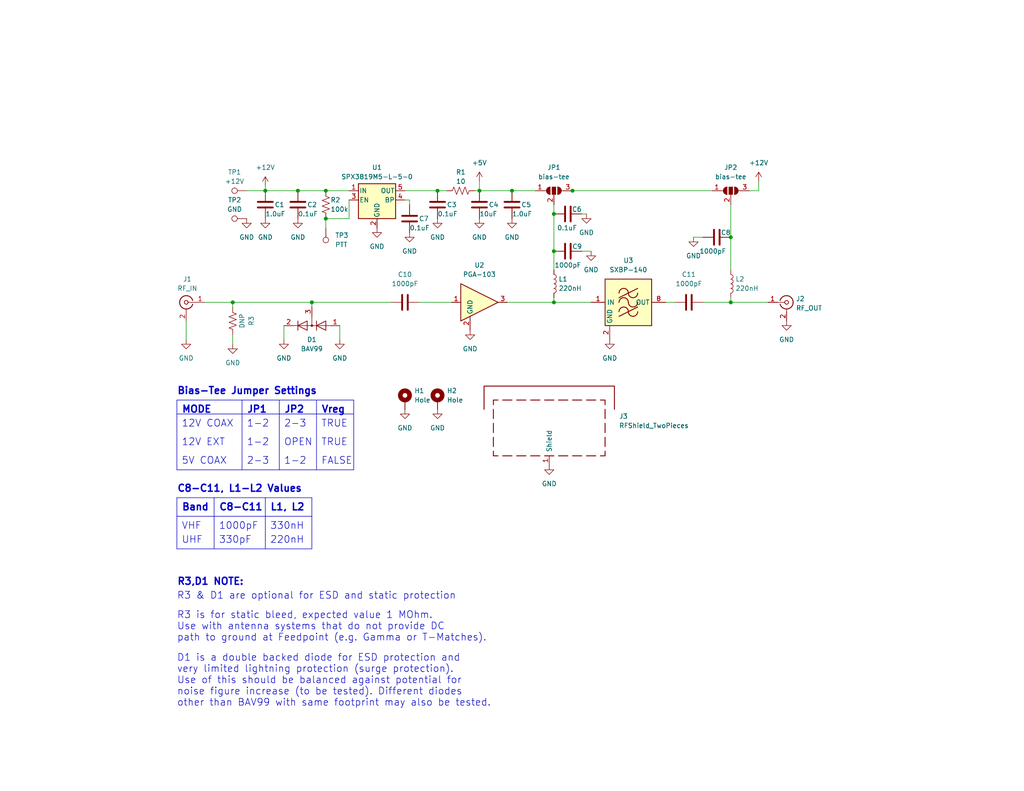
<source format=kicad_sch>
(kicad_sch (version 20230121) (generator eeschema)
  (paper "A")
  (title_block (title "PGA-103+ Preamplifier, Version 2.2.X.0") (date "2023-10-02") (rev "-") (company "VTGS, GSN-DSA") (comment 1 "Preamplifier for VHF/UHF Satellite Rx") (comment 2 "creativecommons.org/licenses/by/4.0/") (comment 3 "License: CC BY 4.0") (comment 4 "Author: Zach Leffke, KJ4QLP"))
  (lib_symbols
    (symbol "Connector:Conn_Coaxial" (pin_names (offset 1.016) hide)
      (property "Reference" "J" (at 0.254 3.048 0))
      (property "Value" "Conn_Coaxial" (at 2.921 0 90))
      (symbol "Conn_Coaxial_0_1"
        (arc (start -1.778 -0.508) (mid 0.2311 -1.8066) (end 1.778 0) (stroke (width 0.254)))
        (polyline (pts (xy -2.54 0) (xy -0.508 0)))
        (polyline (pts (xy 0 -2.54) (xy 0 -1.778)))
        (circle (center 0 0) (radius 0.508) (stroke (width 0.2032)))
        (arc (start 1.778 0) (mid 0.2099 1.8101) (end -1.778 0.508) (stroke (width 0.254)))
      )
      (symbol "Conn_Coaxial_1_1"
        (pin passive line (at -5.08 0 0) (length 2.54) (name "In") (number "1"))
        (pin passive line (at 0 -5.08 90) (length 2.54) (name "Ext") (number "2"))
      )
    )
    (symbol "Connector:TestPoint" (pin_numbers hide) (pin_names (offset 0.762) hide)
      (property "Reference" "TP" (at 0 6.858 0))
      (property "Value" "TestPoint" (at 0 5.08 0))
      (symbol "TestPoint_0_1"
        (circle (center 0 3.302) (radius 0.762))
      )
      (symbol "TestPoint_1_1"
        (pin passive line (at 0 0 90) (length 2.54) (name "1") (number "1"))
      )
    )
    (symbol "Device:C" (pin_numbers hide) (pin_names (offset 0.254))
      (property "Reference" "C" (at 0.635 2.54 0))
      (property "Value" "C" (at 0.635 -2.54 0))
      (symbol "C_0_1"
        (polyline (pts (xy -2.032 -0.762) (xy 2.032 -0.762)) (stroke (width 0.508)))
        (polyline (pts (xy -2.032 0.762) (xy 2.032 0.762)) (stroke (width 0.508)))
      )
      (symbol "C_1_1"
        (pin passive line (at 0 3.81 270) (length 2.794) (name "~") (number "1"))
        (pin passive line (at 0 -3.81 90) (length 2.794) (name "~") (number "2"))
      )
    )
    (symbol "Device:L" (pin_numbers hide) (pin_names (offset 1.016) hide)
      (property "Reference" "L" (at -1.27 0 90))
      (property "Value" "L" (at 1.905 0 90))
      (symbol "L_0_1"
        (arc (start 0 -2.54) (mid 0.6323 -1.905) (end 0 -1.27))
        (arc (start 0 -1.27) (mid 0.6323 -0.635) (end 0 0))
        (arc (start 0 0) (mid 0.6323 0.635) (end 0 1.27))
        (arc (start 0 1.27) (mid 0.6323 1.905) (end 0 2.54))
      )
      (symbol "L_1_1"
        (pin passive line (at 0 3.81 270) (length 1.27) (name "1") (number "1"))
        (pin passive line (at 0 -3.81 90) (length 1.27) (name "2") (number "2"))
      )
    )
    (symbol "Device:RFShield_TwoPieces" (pin_names (offset 1.016))
      (property "Reference" "J" (at 0 5.08 0))
      (property "Value" "RFShield_TwoPieces" (at 0 2.54 0))
      (symbol "RFShield_TwoPieces_0_1"
        (polyline (pts (xy -15.24 -5.08) (xy -15.24 -2.54)) (stroke (width 0.254)))
        (polyline (pts (xy -15.24 -1.27) (xy -15.24 1.27)) (stroke (width 0.254)))
        (polyline (pts (xy -15.24 2.54) (xy -15.24 5.08)) (stroke (width 0.254)))
        (polyline (pts (xy -12.7 7.62) (xy -10.16 7.62)) (stroke (width 0.254)))
        (polyline (pts (xy -10.16 -7.62) (xy -12.7 -7.62)) (stroke (width 0.254)))
        (polyline (pts (xy -6.35 -7.62) (xy -8.89 -7.62)) (stroke (width 0.254)))
        (polyline (pts (xy -6.35 7.62) (xy -8.89 7.62)) (stroke (width 0.254)))
        (polyline (pts (xy -2.54 -7.62) (xy -5.08 -7.62)) (stroke (width 0.254)))
        (polyline (pts (xy -2.54 7.62) (xy -5.08 7.62)) (stroke (width 0.254)))
        (polyline (pts (xy -1.27 -7.62) (xy 1.27 -7.62)) (stroke (width 0.254)))
        (polyline (pts (xy 1.27 7.62) (xy -1.27 7.62)) (stroke (width 0.254)))
        (polyline (pts (xy 2.54 -7.62) (xy 5.08 -7.62)) (stroke (width 0.254)))
        (polyline (pts (xy 5.08 7.62) (xy 2.54 7.62)) (stroke (width 0.254)))
        (polyline (pts (xy 6.35 -7.62) (xy 8.89 -7.62)) (stroke (width 0.254)))
        (polyline (pts (xy 8.89 7.62) (xy 6.35 7.62)) (stroke (width 0.254)))
        (polyline (pts (xy 10.16 -7.62) (xy 12.7 -7.62)) (stroke (width 0.254)))
        (polyline (pts (xy 12.7 7.62) (xy 10.16 7.62)) (stroke (width 0.254)))
        (polyline (pts (xy 15.24 -5.08) (xy 15.24 -2.54)) (stroke (width 0.254)))
        (polyline (pts (xy 15.24 -1.27) (xy 15.24 1.27)) (stroke (width 0.254)))
        (polyline (pts (xy 15.24 2.54) (xy 15.24 5.08)) (stroke (width 0.254)))
        (polyline (pts (xy -15.24 6.35) (xy -15.24 7.62) (xy -13.97 7.62)) (stroke (width 0.254)))
        (polyline (pts (xy -13.97 -7.62) (xy -15.24 -7.62) (xy -15.24 -6.35)) (stroke (width 0.254)))
        (polyline (pts (xy 13.97 -7.62) (xy 15.24 -7.62) (xy 15.24 -6.35)) (stroke (width 0.254)))
        (polyline (pts (xy 15.24 6.35) (xy 15.24 7.62) (xy 13.97 7.62)) (stroke (width 0.254)))
        (polyline (pts (xy -17.78 5.08) (xy -17.78 11.43) (xy 17.78 11.43) (xy 17.78 5.08)) (stroke (width 0.254)))
      )
      (symbol "RFShield_TwoPieces_1_1"
        (pin passive line (at 0 -10.16 90) (length 2.54) (name "Shield") (number "1"))
      )
    )
    (symbol "Device:R_US" (pin_numbers hide) (pin_names (offset 0))
      (property "Reference" "R" (at 2.54 0 90))
      (property "Value" "R_US" (at -2.54 0 90))
      (symbol "R_US_0_1"
        (polyline (pts (xy 0 -2.286) (xy 0 -2.54)))
        (polyline (pts (xy 0 2.286) (xy 0 2.54)))
        (polyline (pts (xy 0 -0.762) (xy 1.016 -1.143) (xy 0 -1.524) (xy -1.016 -1.905) (xy 0 -2.286)))
        (polyline (pts (xy 0 0.762) (xy 1.016 0.381) (xy 0 0) (xy -1.016 -0.381) (xy 0 -0.762)))
        (polyline (pts (xy 0 2.286) (xy 1.016 1.905) (xy 0 1.524) (xy -1.016 1.143) (xy 0 0.762)))
      )
      (symbol "R_US_1_1"
        (pin passive line (at 0 3.81 270) (length 1.27) (name "~") (number "1"))
        (pin passive line (at 0 -3.81 90) (length 1.27) (name "~") (number "2"))
      )
    )
    (symbol "Diode:BAV99" (pin_names hide)
      (property "Reference" "D" (at 0 5.08 0))
      (property "Value" "BAV99" (at 0 2.54 0))
      (symbol "BAV99_0_1"
        (polyline (pts (xy -5.08 0) (xy 5.08 0)))
      )
      (symbol "BAV99_1_1"
        (polyline (pts (xy 0 0) (xy 0 -2.54)))
        (polyline (pts (xy -1.27 -1.27) (xy -1.27 1.27) (xy -1.27 1.27)) (stroke (width 0.2032)))
        (polyline (pts (xy 3.81 1.27) (xy 3.81 -1.27) (xy 3.81 -1.27)) (stroke (width 0.2032)))
        (polyline (pts (xy -3.81 1.27) (xy -1.27 0) (xy -3.81 -1.27) (xy -3.81 1.27) (xy -3.81 1.27) (xy -3.81 1.27)) (stroke (width 0.2032)))
        (polyline (pts (xy 1.27 1.27) (xy 3.81 0) (xy 1.27 -1.27) (xy 1.27 1.27) (xy 1.27 1.27) (xy 1.27 1.27)) (stroke (width 0.2032)))
        (circle (center 0 0) (radius 0.254) (fill (type outline)))
        (pin passive line (at -7.62 0 0) (length 2.54) (name "K") (number "1"))
        (pin passive line (at 7.62 0 180) (length 2.54) (name "A") (number "2"))
        (pin passive line (at 0 -5.08 90) (length 2.54) (name "K") (number "3"))
      )
    )
    (symbol "Jumper:SolderJumper_3_Open" (pin_names (offset 0) hide)
      (property "Reference" "JP" (at -2.54 -2.54 0))
      (property "Value" "SolderJumper_3_Open" (at 0 2.794 0))
      (symbol "SolderJumper_3_Open_0_1"
        (arc (start -1.016 1.016) (mid -2.0276 0) (end -1.016 -1.016))
        (arc (start -1.016 1.016) (mid -2.0276 0) (end -1.016 -1.016) (fill (type outline)))
        (rectangle (start -0.508 1.016) (end 0.508 -1.016) (fill (type outline)))
        (polyline (pts (xy -2.54 0) (xy -2.032 0)))
        (polyline (pts (xy -1.016 1.016) (xy -1.016 -1.016)))
        (polyline (pts (xy 0 -1.27) (xy 0 -1.016)))
        (polyline (pts (xy 1.016 1.016) (xy 1.016 -1.016)))
        (polyline (pts (xy 2.54 0) (xy 2.032 0)))
        (arc (start 1.016 -1.016) (mid 2.0276 0) (end 1.016 1.016))
        (arc (start 1.016 -1.016) (mid 2.0276 0) (end 1.016 1.016) (fill (type outline)))
      )
      (symbol "SolderJumper_3_Open_1_1"
        (pin passive line (at -5.08 0 0) (length 2.54) (name "A") (number "1"))
        (pin passive line (at 0 -3.81 90) (length 2.54) (name "C") (number "2"))
        (pin passive line (at 5.08 0 180) (length 2.54) (name "B") (number "3"))
      )
    )
    (symbol "Mechanical:MountingHole_Pad" (pin_numbers hide) (pin_names (offset 1.016) hide)
      (property "Reference" "H" (at 0 6.35 0))
      (property "Value" "MountingHole_Pad" (at 0 4.445 0))
      (symbol "MountingHole_Pad_0_1"
        (circle (center 0 1.27) (radius 1.27) (stroke (width 1.27)))
      )
      (symbol "MountingHole_Pad_1_1"
        (pin input line (at 0 -2.54 90) (length 2.54) (name "1") (number "1"))
      )
    )
    (symbol "RF_Amplifier:PGA-103"
      (property "Reference" "U" (at -1.27 7.62 0))
      (property "Value" "PGA-103" (at 2.54 5.08 0))
      (symbol "PGA-103_0_1"
        (polyline (pts (xy 5.08 0) (xy -5.08 5.08) (xy -5.08 -5.08) (xy 5.08 0)) (stroke (width 0.254)) (fill (type background)))
      )
      (symbol "PGA-103_1_1"
        (pin input line (at -7.62 0 0) (length 2.54) (name "~") (number "1"))
        (pin power_in line (at -2.54 -7.62 90) (length 3.81) (name "GND") (number "2"))
        (pin output line (at 7.62 0 180) (length 2.54) (name "~") (number "3"))
      )
    )
    (symbol "RF_Filter:SXBP-140"
      (property "Reference" "U" (at -6.35 7.62 0))
      (property "Value" "SXBP-140" (at 6.35 7.62 0))
      (symbol "SXBP-140_0_1"
        (rectangle (start -6.35 6.35) (end 6.35 -6.35) (stroke (width 0.254)) (fill (type background)))
        (arc (start 0 -2.54) (mid -1.27 -1.2755) (end -2.54 -2.54) (stroke (width 0.254)))
        (arc (start 0 -2.54) (mid 1.27 -3.8045) (end 2.54 -2.54) (stroke (width 0.254)))
        (arc (start 0 0) (mid -1.27 1.2645) (end -2.54 0) (stroke (width 0.254)))
        (polyline (pts (xy -2.54 -3.81) (xy 2.54 -1.27)) (stroke (width 0.254)))
        (polyline (pts (xy -2.54 1.27) (xy 2.54 3.81)) (stroke (width 0.254)))
        (arc (start 0 0) (mid 1.27 -1.2645) (end 2.54 0) (stroke (width 0.254)))
        (arc (start 0 2.54) (mid -1.27 3.8045) (end -2.54 2.54) (stroke (width 0.254)))
        (arc (start 0 2.54) (mid 1.27 1.2755) (end 2.54 2.54) (stroke (width 0.254)))
      )
      (symbol "SXBP-140_1_1"
        (pin input line (at -10.16 0 0) (length 3.81) (name "IN") (number "1"))
        (pin power_in line (at -5.08 -10.16 90) (length 3.81) (name "GND") (number "2"))
        (pin passive line (at -5.08 -10.16 90) (length 3.81) hide (name "GND") (number "3"))
        (pin passive line (at -5.08 -10.16 90) (length 3.81) hide (name "GND") (number "4"))
        (pin passive line (at -5.08 -10.16 90) (length 3.81) hide (name "GND") (number "5"))
        (pin passive line (at -5.08 -10.16 90) (length 3.81) hide (name "GND") (number "6"))
        (pin passive line (at -5.08 -10.16 90) (length 3.81) hide (name "GND") (number "7"))
        (pin output line (at 10.16 0 180) (length 3.81) (name "OUT") (number "8"))
      )
    )
    (symbol "Regulator_Linear:SPX3819M5-L-5-0" (pin_names (offset 0.254))
      (property "Reference" "U" (at -3.81 5.715 0))
      (property "Value" "SPX3819M5-L-5-0" (at 0 5.715 0))
      (symbol "SPX3819M5-L-5-0_0_1"
        (rectangle (start -5.08 4.445) (end 5.08 -5.08) (stroke (width 0.254)) (fill (type background)))
      )
      (symbol "SPX3819M5-L-5-0_1_1"
        (pin power_in line (at -7.62 2.54 0) (length 2.54) (name "IN") (number "1"))
        (pin power_in line (at 0 -7.62 90) (length 2.54) (name "GND") (number "2"))
        (pin input line (at -7.62 0 0) (length 2.54) (name "EN") (number "3"))
        (pin input line (at 7.62 0 180) (length 2.54) (name "BP") (number "4"))
        (pin power_out line (at 7.62 2.54 180) (length 2.54) (name "OUT") (number "5"))
      )
    )
    (symbol "power:+12V" (power) (pin_names (offset 0))
      (property "Value" "+12V" (at 0 3.556 0))
      (symbol "+12V_0_1"
        (polyline (pts (xy -0.762 1.27) (xy 0 2.54)))
        (polyline (pts (xy 0 0) (xy 0 2.54)))
        (polyline (pts (xy 0 2.54) (xy 0.762 1.27)))
      )
      (symbol "+12V_1_1"
        (pin power_in line (at 0 0 90) (length 0) hide (name "+12V") (number "1"))
      )
    )
    (symbol "power:+5V" (power) (pin_names (offset 0))
      (property "Value" "+5V" (at 0 3.556 0))
      (symbol "+5V_0_1"
        (polyline (pts (xy -0.762 1.27) (xy 0 2.54)))
        (polyline (pts (xy 0 0) (xy 0 2.54)))
        (polyline (pts (xy 0 2.54) (xy 0.762 1.27)))
      )
      (symbol "+5V_1_1"
        (pin power_in line (at 0 0 90) (length 0) hide (name "+5V") (number "1"))
      )
    )
    (symbol "power:GND" (power) (pin_names (offset 0))
      (property "Value" "GND" (at 0 -3.81 0))
      (symbol "GND_0_1"
        (polyline (pts (xy 0 0) (xy 0 -1.27) (xy 1.27 -1.27) (xy 0 -2.54) (xy -1.27 -1.27) (xy 0 -1.27)))
      )
      (symbol "GND_1_1"
        (pin power_in line (at 0 0 270) (length 0) hide (name "GND") (number "1"))
      )
    )
  )
  (junction (at 151.13 58.42))
  (junction (at 81.28 52.07))
  (junction (at 119.38 52.07))
  (junction (at 130.81 52.07))
  (junction (at 88.9 52.07))
  (junction (at 72.39 52.07))
  (junction (at 199.39 64.77))
  (junction (at 156.21 52.07))
  (junction (at 85.09 82.55))
  (junction (at 139.7 52.07))
  (junction (at 199.39 82.55))
  (junction (at 88.9 59.69))
  (junction (at 151.13 68.58))
  (junction (at 63.5 82.55))
  (junction (at 151.13 82.55))
  (wire (pts (xy 207.01 52.07) (xy 207.01 49.53)))
  (wire (pts (xy 92.71 88.9) (xy 92.71 92.71)))
  (wire (pts (xy 55.88 82.55) (xy 63.5 82.55)))
  (wire (pts (xy 72.39 50.8) (xy 72.39 52.07)))
  (wire (pts (xy 85.09 82.55) (xy 106.68 82.55)))
  (wire (pts (xy 151.13 81.28) (xy 151.13 82.55)))
  (wire (pts (xy 199.39 81.28) (xy 199.39 82.55)))
  (wire (pts (xy 153.67 52.07) (xy 156.21 52.07)))
  (wire (pts (xy 151.13 58.42) (xy 151.13 68.58)))
  (polyline (pts (xy 48.26 140.97) (xy 85.09 140.97)))
  (wire (pts (xy 151.13 68.58) (xy 151.13 73.66)))
  (wire (pts (xy 199.39 55.88) (xy 199.39 64.77)))
  (wire (pts (xy 189.23 64.77) (xy 191.77 64.77)))
  (wire (pts (xy 85.09 82.55) (xy 85.09 83.82)))
  (wire (pts (xy 114.3 82.55) (xy 123.19 82.55)))
  (polyline (pts (xy 58.42 135.89) (xy 58.42 149.86)))
  (wire (pts (xy 151.13 55.88) (xy 151.13 58.42)))
  (wire (pts (xy 139.7 52.07) (xy 146.05 52.07)))
  (wire (pts (xy 95.25 59.69) (xy 95.25 54.61)))
  (wire (pts (xy 130.81 52.07) (xy 139.7 52.07)))
  (wire (pts (xy 72.39 52.07) (xy 81.28 52.07)))
  (wire (pts (xy 191.77 82.55) (xy 199.39 82.55)))
  (wire (pts (xy 199.39 82.55) (xy 209.55 82.55)))
  (polyline (pts (xy 76.2 109.22) (xy 76.2 128.27)))
  (polyline (pts (xy 48.26 113.03) (xy 96.52 113.03)))
  (wire (pts (xy 199.39 64.77) (xy 199.39 73.66)))
  (polyline (pts (xy 48.26 109.22) (xy 96.52 109.22)))
  (polyline (pts (xy 72.39 135.89) (xy 72.39 149.86)))
  (wire (pts (xy 88.9 59.69) (xy 88.9 62.23)))
  (wire (pts (xy 110.49 52.07) (xy 119.38 52.07)))
  (wire (pts (xy 158.75 68.58) (xy 161.29 68.58)))
  (polyline (pts (xy 96.52 109.22) (xy 96.52 128.27)))
  (polyline (pts (xy 85.09 135.89) (xy 85.09 149.86)))
  (polyline (pts (xy 48.26 109.22) (xy 48.26 128.27)))
  (polyline (pts (xy 48.26 135.89) (xy 85.09 135.89)))
  (wire (pts (xy 129.54 52.07) (xy 130.81 52.07)))
  (wire (pts (xy 67.31 52.07) (xy 72.39 52.07)))
  (wire (pts (xy 63.5 82.55) (xy 85.09 82.55)))
  (polyline (pts (xy 86.36 109.22) (xy 86.36 128.27)))
  (wire (pts (xy 88.9 52.07) (xy 95.25 52.07)))
  (wire (pts (xy 81.28 52.07) (xy 88.9 52.07)))
  (wire (pts (xy 204.47 52.07) (xy 207.01 52.07)))
  (wire (pts (xy 88.9 59.69) (xy 95.25 59.69)))
  (polyline (pts (xy 66.04 109.22) (xy 66.04 128.27)))
  (wire (pts (xy 156.21 52.07) (xy 194.31 52.07)))
  (wire (pts (xy 160.02 58.42) (xy 158.75 58.42)))
  (polyline (pts (xy 96.52 128.27) (xy 48.26 128.27)))
  (wire (pts (xy 138.43 82.55) (xy 151.13 82.55)))
  (wire (pts (xy 181.61 82.55) (xy 184.15 82.55)))
  (wire (pts (xy 119.38 52.07) (xy 121.92 52.07)))
  (wire (pts (xy 151.13 82.55) (xy 161.29 82.55)))
  (polyline (pts (xy 48.26 149.86) (xy 85.09 149.86)))
  (wire (pts (xy 63.5 91.44) (xy 63.5 93.98)))
  (wire (pts (xy 77.47 88.9) (xy 77.47 92.71)))
  (wire (pts (xy 63.5 83.82) (xy 63.5 82.55)))
  (wire (pts (xy 111.76 54.61) (xy 111.76 55.88)))
  (wire (pts (xy 110.49 54.61) (xy 111.76 54.61)))
  (wire (pts (xy 50.8 87.63) (xy 50.8 92.71)))
  (polyline (pts (xy 48.26 135.89) (xy 48.26 149.86)))
  (wire (pts (xy 130.81 49.53) (xy 130.81 52.07)))
  (text "UHF" (at 49.53 148.59 0) (effects (font (size 1.905 1.905)) (justify left bottom)))
  (text "2-3" (at 67.31 127 0) (effects (font (size 1.905 1.905)) (justify left bottom)))
  (text "TRUE" (at 87.63 116.84 0) (effects (font (size 1.905 1.905)) (justify left bottom)))
  (text "2-3" (at 77.47 116.84 0) (effects (font (size 1.905 1.905)) (justify left bottom)))
  (text "R3 is for static bleed, expected value 1 MOhm.\nUse with antenna systems that do not provide DC \npath to ground at Feedpoint (e.g. Gamma or T-Matches)." (at 48.26 175.26 0) (effects (font (size 1.905 1.905)) (justify left bottom)))
  (text "330nH" (at 73.66 144.78 0) (effects (font (size 1.905 1.905)) (justify left bottom)))
  (text "D1 is a double backed diode for ESD protection and \nvery limited lightning protection (surge protection).  \nUse of this should be balanced against potential for \nnoise figure increase (to be tested). Different diodes \nother than BAV99 with same footprint may also be tested." (at 48.26 193.04 0) (effects (font (size 1.905 1.905)) (justify left bottom)))
  (text "330pF" (at 59.69 148.59 0) (effects (font (size 1.905 1.905)) (justify left bottom)))
  (text "C8-C11" (at 59.69 139.7 0) (effects (font (size 1.905 1.905) (thickness 0.381) bold) (justify left bottom)))
  (text "VHF" (at 49.53 144.78 0) (effects (font (size 1.905 1.905)) (justify left bottom)))
  (text "OPEN" (at 77.47 121.92 0) (effects (font (size 1.905 1.905)) (justify left bottom)))
  (text "R3,D1 NOTE:" (at 48.26 160.02 0) (effects (font (size 1.905 1.905) (thickness 0.381) bold) (justify left bottom)))
  (text "Bias-Tee Jumper Settings" (at 48.26 107.95 0) (effects (font (size 1.905 1.905) (thickness 0.381) bold) (justify left bottom)))
  (text "JP1" (at 67.31 113.03 0) (effects (font (size 1.905 1.905) (thickness 0.381) bold) (justify left bottom)))
  (text "R3 & D1 are optional for ESD and static protection" (at 48.26 163.83 0) (effects (font (size 1.905 1.905)) (justify left bottom)))
  (text "JP2" (at 77.47 113.03 0) (effects (font (size 1.905 1.905) (thickness 0.381) bold) (justify left bottom)))
  (text "C8-C11, L1-L2 Values" (at 48.26 134.62 0) (effects (font (size 1.905 1.905) (thickness 0.381) bold) (justify left bottom)))
  (text "12V COAX" (at 49.53 116.84 0) (effects (font (size 1.905 1.905)) (justify left bottom)))
  (text "1-2" (at 67.31 121.92 0) (effects (font (size 1.905 1.905)) (justify left bottom)))
  (text "Vreg" (at 87.63 113.03 0) (effects (font (size 1.905 1.905) (thickness 0.381) bold) (justify left bottom)))
  (text "1-2" (at 67.31 116.84 0) (effects (font (size 1.905 1.905)) (justify left bottom)))
  (text "TRUE" (at 87.63 121.92 0) (effects (font (size 1.905 1.905)) (justify left bottom)))
  (text "220nH" (at 73.66 148.59 0) (effects (font (size 1.905 1.905)) (justify left bottom)))
  (text "1000pF" (at 59.69 144.78 0) (effects (font (size 1.905 1.905)) (justify left bottom)))
  (text "MODE" (at 49.53 113.03 0) (effects (font (size 1.905 1.905) (thickness 0.381) bold) (justify left bottom)))
  (text "1-2" (at 77.47 127 0) (effects (font (size 1.905 1.905)) (justify left bottom)))
  (text "5V COAX" (at 49.53 127 0) (effects (font (size 1.905 1.905)) (justify left bottom)))
  (text "Band" (at 49.53 139.7 0) (effects (font (size 1.905 1.905) (thickness 0.381) bold) (justify left bottom)))
  (text "L1, L2" (at 73.66 139.7 0) (effects (font (size 1.905 1.905) (thickness 0.381) bold) (justify left bottom)))
  (text "12V EXT" (at 49.53 121.92 0) (effects (font (size 1.905 1.905)) (justify left bottom)))
  (text "FALSE" (at 87.63 127 0) (effects (font (size 1.905 1.905)) (justify left bottom)))
  (symbol (lib_id "power:GND") (at 128.27 90.17 0) (unit 1)
    (property "Reference" "#PWR016" (effects hide))
    (property "Value" "GND" (at 128.27 95.25 0))
  )
  (symbol (lib_id "Device:C") (at 139.7 55.88 180) (unit 1)
    (property "Reference" "C5" (at 142.24 55.88 0) (effects (justify right)))
    (property "Value" "1.0uF" (at 139.7 58.42 0) (effects (justify right)))
    (property "Footprint" "digikey-footprints:0805" (effects hide))
  )
  (symbol (lib_id "power:GND") (at 72.39 59.69 0) (unit 1)
    (property "Reference" "#PWR06" (effects hide))
    (property "Value" "GND" (at 72.39 64.77 0))
  )
  (symbol (lib_id "power:GND") (at 110.49 111.76 0) (unit 1)
    (property "Reference" "#PWR022" (effects hide))
    (property "Value" "GND" (at 110.49 116.84 0))
  )
  (symbol (lib_id "power:GND") (at 139.7 59.69 0) (unit 1)
    (property "Reference" "#PWR010" (effects hide))
    (property "Value" "GND" (at 139.7 64.77 0))
  )
  (symbol (lib_id "power:GND") (at 161.29 68.58 0) (unit 1)
    (property "Reference" "#PWR014" (effects hide))
    (property "Value" "GND" (at 161.29 73.66 0))
  )
  (symbol (lib_id "Device:R_US") (at 88.9 55.88 0) (unit 1)
    (property "Reference" "R2" (at 90.17 54.61 0) (effects (justify left)))
    (property "Value" "100k" (at 90.17 57.15 0) (effects (justify left)))
    (property "Footprint" "digikey-footprints:0805" (effects hide))
  )
  (symbol (lib_id "Connector:TestPoint") (at 67.31 59.69 90) (unit 1)
    (property "Reference" "TP2" (at 64.008 54.61 90))
    (property "Value" "GND" (at 64.008 57.15 90))
    (property "Footprint" "TestPoint:TestPoint_Pad_2.0x2.0mm" (effects hide))
  )
  (symbol (lib_id "Device:C") (at 72.39 55.88 180) (unit 1)
    (property "Reference" "C1" (at 74.93 55.88 0) (effects (justify right)))
    (property "Value" "1.0uF" (at 72.39 58.42 0) (effects (justify right)))
    (property "Footprint" "digikey-footprints:0805" (effects hide))
  )
  (symbol (lib_id "Connector:TestPoint") (at 67.31 52.07 90) (unit 1)
    (property "Reference" "TP1" (at 64.008 46.99 90))
    (property "Value" "+12V" (at 64.008 49.53 90))
    (property "Footprint" "TestPoint:TestPoint_Pad_2.0x2.0mm" (effects hide))
  )
  (symbol (lib_id "Device:L") (at 151.13 77.47 0) (unit 1)
    (property "Reference" "L1" (at 152.4 76.2 0) (effects (justify left)))
    (property "Value" "220nH" (at 152.4 78.74 0) (effects (justify left)))
    (property "Footprint" "digikey-footprints:0805" (effects hide))
  )
  (symbol (lib_id "power:GND") (at 130.81 59.69 0) (unit 1)
    (property "Reference" "#PWR09" (effects hide))
    (property "Value" "GND" (at 130.81 64.77 0))
  )
  (symbol (lib_id "power:GND") (at 81.28 59.69 0) (unit 1)
    (property "Reference" "#PWR07" (effects hide))
    (property "Value" "GND" (at 81.28 64.77 0))
  )
  (symbol (lib_id "power:GND") (at 77.47 92.71 0) (unit 1)
    (property "Reference" "#PWR018" (effects hide))
    (property "Value" "GND" (at 77.47 97.79 0))
  )
  (symbol (lib_id "Connector:Conn_Coaxial") (at 50.8 82.55 0) (mirror y) (unit 1)
    (property "Reference" "J1" (at 51.1174 76.2 0))
    (property "Value" "RF_IN" (at 51.1174 78.74 0))
    (property "Footprint" "Connector_Coaxial:SMA_Samtec_SMA-J-P-X-ST-EM1_EdgeMount" (effects hide))
    (property "Datasheet" " ~" (effects hide))
  )
  (symbol (lib_id "power:+5V") (at 130.81 49.53 0) (unit 1)
    (property "Reference" "#PWR01" (effects hide))
    (property "Value" "+5V" (at 130.81 44.45 0))
  )
  (symbol (lib_id "power:GND") (at 214.63 87.63 0) (unit 1)
    (property "Reference" "#PWR015" (effects hide))
    (property "Value" "GND" (at 214.63 92.71 0))
  )
  (symbol (lib_id "Device:L") (at 199.39 77.47 0) (unit 1)
    (property "Reference" "L2" (at 200.66 76.2 0) (effects (justify left)))
    (property "Value" "220nH" (at 200.66 78.74 0) (effects (justify left)))
    (property "Footprint" "digikey-footprints:0805" (effects hide))
  )
  (symbol (lib_id "Diode:BAV99") (at 85.09 88.9 180) (unit 1)
    (property "Reference" "D1" (at 85.09 92.71 0))
    (property "Value" "BAV99" (at 85.09 95.25 0))
    (property "Footprint" "Package_TO_SOT_SMD:SOT-23" (effects hide))
    (property "Datasheet" "https://assets.nexperia.com/documents/data-sheet/BAV99_SER.pdf" (effects hide))
  )
  (symbol (lib_id "Regulator_Linear:SPX3819M5-L-5-0") (at 102.87 54.61 0) (unit 1)
    (property "Reference" "U1" (at 102.87 45.72 0))
    (property "Value" "SPX3819M5-L-5-0" (at 102.87 48.26 0))
    (property "Footprint" "Package_TO_SOT_SMD:SOT-23-5" (effects hide))
    (property "Datasheet" "https://www.exar.com/content/document.ashx?id=22106&languageid=1033&type=Datasheet&partnumber=SPX3819&filename=SPX3819.pdf&part=SPX3819" (effects hide))
  )
  (symbol (lib_id "Device:C") (at 195.58 64.77 270) (unit 1)
    (property "Reference" "C8" (at 199.39 63.5 90) (effects (justify right)))
    (property "Value" "1000pF" (at 198.12 68.58 90) (effects (justify right)))
    (property "Footprint" "digikey-footprints:0805" (effects hide))
  )
  (symbol (lib_id "power:GND") (at 67.31 59.69 0) (unit 1)
    (property "Reference" "#PWR05" (effects hide))
    (property "Value" "GND" (at 67.31 64.77 0))
  )
  (symbol (lib_id "power:GND") (at 111.76 63.5 0) (unit 1)
    (property "Reference" "#PWR012" (effects hide))
    (property "Value" "GND" (at 111.76 68.58 0))
  )
  (symbol (lib_id "Device:R_US") (at 63.5 87.63 0) (unit 1)
    (property "Reference" "R3" (at 68.58 87.63 90))
    (property "Value" "DNP" (at 66.04 87.63 90))
    (property "Footprint" "digikey-footprints:0805" (effects hide))
  )
  (symbol (lib_id "Device:C") (at 187.96 82.55 90) (unit 1)
    (property "Reference" "C11" (at 187.96 74.93 90))
    (property "Value" "1000pF" (at 187.96 77.47 90))
    (property "Footprint" "digikey-footprints:0805" (effects hide))
  )
  (symbol (lib_id "Device:C") (at 111.76 59.69 180) (unit 1)
    (property "Reference" "C7" (at 114.3 59.69 0) (effects (justify right)))
    (property "Value" "0.1uF" (at 111.76 62.23 0) (effects (justify right)))
    (property "Footprint" "digikey-footprints:0805" (effects hide))
  )
  (symbol (lib_id "Connector:Conn_Coaxial") (at 214.63 82.55 0) (unit 1)
    (property "Reference" "J2" (at 217.17 81.5732 0) (effects (justify left)))
    (property "Value" "RF_OUT" (at 217.17 84.1132 0) (effects (justify left)))
    (property "Footprint" "Connector_Coaxial:SMA_Samtec_SMA-J-P-X-ST-EM1_EdgeMount" (effects hide))
    (property "Datasheet" " ~" (effects hide))
  )
  (symbol (lib_id "Device:C") (at 154.94 58.42 270) (unit 1)
    (property "Reference" "C6" (at 158.75 57.15 90) (effects (justify right)))
    (property "Value" "0.1uF" (at 157.48 62.23 90) (effects (justify right)))
    (property "Footprint" "digikey-footprints:0805" (effects hide))
  )
  (symbol (lib_id "power:GND") (at 92.71 92.71 0) (unit 1)
    (property "Reference" "#PWR019" (effects hide))
    (property "Value" "GND" (at 92.71 97.79 0))
  )
  (symbol (lib_id "Device:C") (at 81.28 55.88 180) (unit 1)
    (property "Reference" "C2" (at 83.82 55.88 0) (effects (justify right)))
    (property "Value" "0.1uF" (at 81.28 58.42 0) (effects (justify right)))
    (property "Footprint" "digikey-footprints:0805" (effects hide))
  )
  (symbol (lib_id "Jumper:SolderJumper_3_Open") (at 151.13 52.07 0) (unit 1)
    (property "Reference" "JP1" (at 151.13 45.72 0))
    (property "Value" "bias-tee" (at 151.13 48.26 0))
    (property "Footprint" "Jumper:SolderJumper-3_P1.3mm_Open_RoundedPad1.0x1.5mm_NumberLabels" (effects hide))
  )
  (symbol (lib_id "RF_Filter:SXBP-140") (at 171.45 82.55 0) (unit 1)
    (property "Reference" "U3" (at 171.45 71.12 0))
    (property "Value" "SXBP-140" (at 171.45 73.66 0))
    (property "Footprint" "RF_Mini-Circuits:Mini-Circuits_HF1139_LandPatternPL-230" (effects hide))
    (property "Datasheet" "https://www.minicircuits.com/pdfs/SXBP-140+.pdf" (effects hide))
  )
  (symbol (lib_id "Device:C") (at 154.94 68.58 270) (unit 1)
    (property "Reference" "C9" (at 157.48 67.31 90))
    (property "Value" "1000pF" (at 154.94 72.39 90))
    (property "Footprint" "digikey-footprints:0805" (effects hide))
  )
  (symbol (lib_id "Device:C") (at 130.81 55.88 180) (unit 1)
    (property "Reference" "C4" (at 133.35 55.88 0) (effects (justify right)))
    (property "Value" "10uF" (at 130.81 58.42 0) (effects (justify right)))
    (property "Footprint" "digikey-footprints:0805" (effects hide))
  )
  (symbol (lib_id "power:GND") (at 189.23 64.77 0) (unit 1)
    (property "Reference" "#PWR013" (effects hide))
    (property "Value" "GND" (at 189.23 69.85 0))
  )
  (symbol (lib_id "Mechanical:MountingHole_Pad") (at 119.38 109.22 0) (unit 1)
    (property "Reference" "H2" (at 121.92 106.68 0) (effects (justify left)))
    (property "Value" "Hole" (at 121.92 109.22 0) (effects (justify left)))
    (property "Footprint" "TestPoint:TestPoint_Plated_Hole_D4.0mm" (effects hide))
  )
  (symbol (lib_id "Jumper:SolderJumper_3_Open") (at 199.39 52.07 0) (unit 1)
    (property "Reference" "JP2" (at 199.39 45.72 0))
    (property "Value" "bias-tee" (at 199.39 48.26 0))
    (property "Footprint" "Jumper:SolderJumper-3_P1.3mm_Open_RoundedPad1.0x1.5mm_NumberLabels" (effects hide))
  )
  (symbol (lib_id "power:GND") (at 119.38 111.76 0) (unit 1)
    (property "Reference" "#PWR024" (effects hide))
    (property "Value" "GND" (at 119.38 116.84 0))
  )
  (symbol (lib_id "RF_Amplifier:PGA-103") (at 130.81 82.55 0) (unit 1)
    (property "Reference" "U2" (at 130.81 72.39 0))
    (property "Value" "PGA-103" (at 130.81 74.93 0))
    (property "Footprint" "Package_TO_SOT_SMD:SOT-89-3" (effects hide))
    (property "Datasheet" "https://www.minicircuits.com/pdfs/PGA-103+.pdf" (effects hide))
  )
  (symbol (lib_id "Mechanical:MountingHole_Pad") (at 110.49 109.22 0) (unit 1)
    (property "Reference" "H1" (at 113.03 106.68 0) (effects (justify left)))
    (property "Value" "Hole" (at 113.03 109.22 0) (effects (justify left)))
    (property "Footprint" "TestPoint:TestPoint_Plated_Hole_D4.0mm" (effects hide))
  )
  (symbol (lib_id "Device:C") (at 110.49 82.55 90) (unit 1)
    (property "Reference" "C10" (at 110.49 74.93 90))
    (property "Value" "1000pF" (at 110.49 77.47 90))
    (property "Footprint" "digikey-footprints:0805" (effects hide))
  )
  (symbol (lib_id "Device:RFShield_TwoPieces") (at 149.86 116.84 0) (unit 1)
    (property "Reference" "J3" (at 168.91 113.665 0) (effects (justify left)))
    (property "Value" "RFShield_TwoPieces" (at 168.91 116.205 0) (effects (justify left)))
    (property "Footprint" "RF_Shielding:Wuerth_36103205_20x20mm" (effects hide))
  )
  (symbol (lib_id "power:GND") (at 63.5 93.98 0) (unit 1)
    (property "Reference" "#PWR021" (effects hide))
    (property "Value" "GND" (at 63.5 99.06 0))
  )
  (symbol (lib_id "power:GND") (at 102.87 62.23 0) (unit 1)
    (property "Reference" "#PWR011" (effects hide))
    (property "Value" "GND" (at 102.87 67.31 0))
  )
  (symbol (lib_id "power:GND") (at 166.37 92.71 0) (unit 1)
    (property "Reference" "#PWR020" (effects hide))
    (property "Value" "GND" (at 166.37 97.79 0))
  )
  (symbol (lib_id "Connector:TestPoint") (at 88.9 62.23 180) (unit 1)
    (property "Reference" "TP3" (at 91.44 64.262 0) (effects (justify right)))
    (property "Value" "PTT" (at 91.44 66.802 0) (effects (justify right)))
    (property "Footprint" "TestPoint:TestPoint_Pad_2.0x2.0mm" (effects hide))
  )
  (symbol (lib_id "power:+12V") (at 207.01 49.53 0) (unit 1)
    (property "Reference" "#PWR02" (effects hide))
    (property "Value" "+12V" (at 207.01 44.45 0))
  )
  (symbol (lib_id "power:GND") (at 149.86 127 0) (unit 1)
    (property "Reference" "#PWR023" (effects hide))
    (property "Value" "GND" (at 149.86 132.08 0))
  )
  (symbol (lib_id "power:GND") (at 160.02 58.42 0) (unit 1)
    (property "Reference" "#PWR04" (effects hide))
    (property "Value" "GND" (at 160.02 63.5 0))
  )
  (symbol (lib_id "Device:R_US") (at 125.73 52.07 90) (unit 1)
    (property "Reference" "R1" (at 125.73 46.99 90))
    (property "Value" "10" (at 125.73 49.53 90))
    (property "Footprint" "digikey-footprints:0805" (effects hide))
  )
  (symbol (lib_id "Device:C") (at 119.38 55.88 180) (unit 1)
    (property "Reference" "C3" (at 121.92 55.88 0) (effects (justify right)))
    (property "Value" "0.1uF" (at 119.38 58.42 0) (effects (justify right)))
    (property "Footprint" "digikey-footprints:0805" (effects hide))
  )
  (symbol (lib_id "power:GND") (at 50.8 92.71 0) (unit 1)
    (property "Reference" "#PWR017" (effects hide))
    (property "Value" "GND" (at 50.8 97.79 0))
  )
  (symbol (lib_id "power:+12V") (at 72.39 50.8 0) (unit 1)
    (property "Reference" "#PWR03" (effects hide))
    (property "Value" "+12V" (at 72.39 45.72 0))
  )
  (symbol (lib_id "power:GND") (at 119.38 59.69 0) (unit 1)
    (property "Reference" "#PWR08" (effects hide))
    (property "Value" "GND" (at 119.38 64.77 0))
  )
)
</source>
